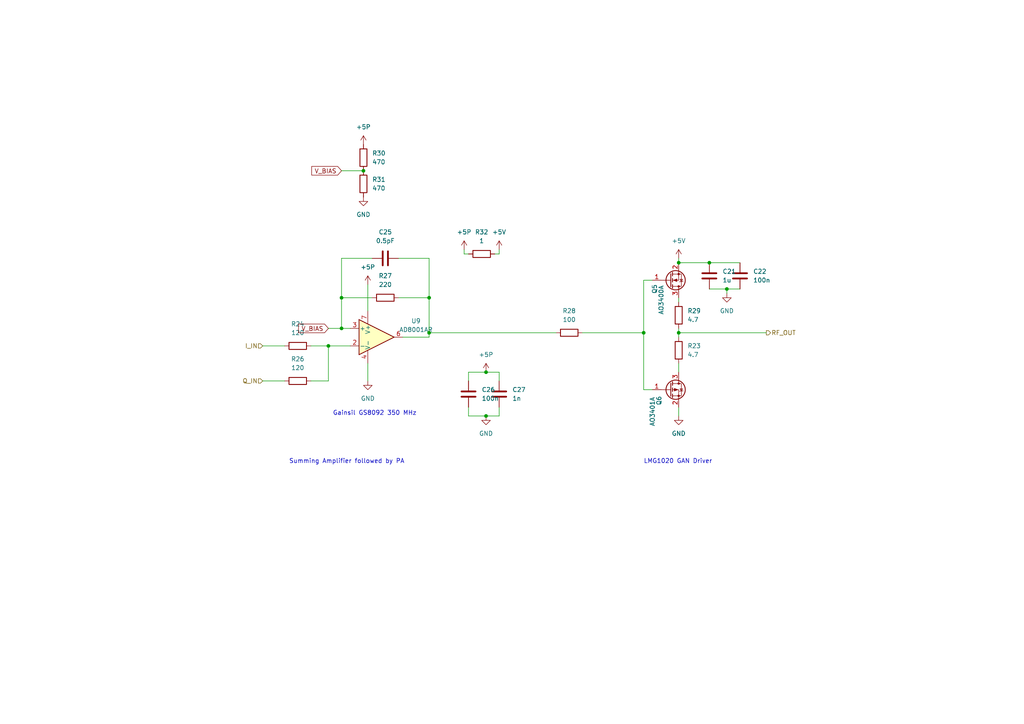
<source format=kicad_sch>
(kicad_sch (version 20230121) (generator eeschema)
  (paper "A4")
  (lib_symbols
    (symbol "Amplifier_Operational:AD8001AR" (pin_names (offset 0.127))
      (property "Reference" "U" (at 0 6.35 0))
      (property "Value" "AD8001AR" (at 0 3.81 0))
      (symbol "AD8001AR_0_1"
        (polyline (pts (xy -5.08 5.08) (xy 5.08 0) (xy -5.08 -5.08) (xy -5.08 5.08)) (stroke (width 0.254)) (fill (type background)))
      )
      (symbol "AD8001AR_1_1"
        (pin no_connect line (at -2.54 2.54 270) (length 2.54) hide (name "NC") (number "1"))
        (pin input line (at -7.62 -2.54 0) (length 2.54) (name "-") (number "2"))
        (pin input line (at -7.62 2.54 0) (length 2.54) (name "+") (number "3"))
        (pin power_in line (at -2.54 -7.62 90) (length 3.81) (name "V-") (number "4"))
        (pin no_connect line (at 0 2.54 270) (length 2.54) hide (name "NC") (number "5"))
        (pin output line (at 7.62 0 180) (length 2.54) (name "~") (number "6"))
        (pin power_in line (at -2.54 7.62 270) (length 3.81) (name "V+") (number "7"))
        (pin no_connect line (at 0 -2.54 90) (length 2.54) hide (name "NC") (number "8"))
      )
    )
    (symbol "Device:C" (pin_numbers hide) (pin_names (offset 0.254))
      (property "Reference" "C" (at 0.635 2.54 0))
      (property "Value" "C" (at 0.635 -2.54 0))
      (symbol "C_0_1"
        (polyline (pts (xy -2.032 -0.762) (xy 2.032 -0.762)) (stroke (width 0.508)))
        (polyline (pts (xy -2.032 0.762) (xy 2.032 0.762)) (stroke (width 0.508)))
      )
      (symbol "C_1_1"
        (pin passive line (at 0 3.81 270) (length 2.794) (name "~") (number "1"))
        (pin passive line (at 0 -3.81 90) (length 2.794) (name "~") (number "2"))
      )
    )
    (symbol "Device:R" (pin_numbers hide) (pin_names (offset 0))
      (property "Reference" "R" (at 2.032 0 90))
      (property "Value" "R" (at 0 0 90))
      (symbol "R_0_1"
        (rectangle (start -1.016 -2.54) (end 1.016 2.54) (stroke (width 0.254)))
      )
      (symbol "R_1_1"
        (pin passive line (at 0 3.81 270) (length 1.27) (name "~") (number "1"))
        (pin passive line (at 0 -3.81 90) (length 1.27) (name "~") (number "2"))
      )
    )
    (symbol "Transistor_FET:AO3400A" (pin_names hide)
      (property "Reference" "Q" (at 5.08 1.905 0))
      (property "Value" "AO3400A" (at 5.08 0 0))
      (symbol "AO3400A_0_1"
        (polyline (pts (xy 0.254 0) (xy -2.54 0)))
        (polyline (pts (xy 0.254 1.905) (xy 0.254 -1.905)) (stroke (width 0.254)))
        (polyline (pts (xy 0.762 -1.27) (xy 0.762 -2.286)) (stroke (width 0.254)))
        (polyline (pts (xy 0.762 0.508) (xy 0.762 -0.508)) (stroke (width 0.254)))
        (polyline (pts (xy 0.762 2.286) (xy 0.762 1.27)) (stroke (width 0.254)))
        (polyline (pts (xy 2.54 2.54) (xy 2.54 1.778)))
        (polyline (pts (xy 2.54 -2.54) (xy 2.54 0) (xy 0.762 0)))
        (polyline (pts (xy 0.762 -1.778) (xy 3.302 -1.778) (xy 3.302 1.778) (xy 0.762 1.778)))
        (polyline (pts (xy 1.016 0) (xy 2.032 0.381) (xy 2.032 -0.381) (xy 1.016 0)) (fill (type outline)))
        (polyline (pts (xy 2.794 0.508) (xy 2.921 0.381) (xy 3.683 0.381) (xy 3.81 0.254)))
        (polyline (pts (xy 3.302 0.381) (xy 2.921 -0.254) (xy 3.683 -0.254) (xy 3.302 0.381)))
        (circle (center 1.651 0) (radius 2.794) (stroke (width 0.254)))
        (circle (center 2.54 -1.778) (radius 0.254) (fill (type outline)))
        (circle (center 2.54 1.778) (radius 0.254) (fill (type outline)))
      )
      (symbol "AO3400A_1_1"
        (pin input line (at -5.08 0 0) (length 2.54) (name "G") (number "1"))
        (pin passive line (at 2.54 -5.08 90) (length 2.54) (name "S") (number "2"))
        (pin passive line (at 2.54 5.08 270) (length 2.54) (name "D") (number "3"))
      )
    )
    (symbol "Transistor_FET:AO3401A" (pin_names hide)
      (property "Reference" "Q" (at 5.08 1.905 0))
      (property "Value" "AO3401A" (at 5.08 0 0))
      (symbol "AO3401A_0_1"
        (polyline (pts (xy 0.254 0) (xy -2.54 0)))
        (polyline (pts (xy 0.254 1.905) (xy 0.254 -1.905)) (stroke (width 0.254)))
        (polyline (pts (xy 0.762 -1.27) (xy 0.762 -2.286)) (stroke (width 0.254)))
        (polyline (pts (xy 0.762 0.508) (xy 0.762 -0.508)) (stroke (width 0.254)))
        (polyline (pts (xy 0.762 2.286) (xy 0.762 1.27)) (stroke (width 0.254)))
        (polyline (pts (xy 2.54 2.54) (xy 2.54 1.778)))
        (polyline (pts (xy 2.54 -2.54) (xy 2.54 0) (xy 0.762 0)))
        (polyline (pts (xy 0.762 1.778) (xy 3.302 1.778) (xy 3.302 -1.778) (xy 0.762 -1.778)))
        (polyline (pts (xy 2.286 0) (xy 1.27 0.381) (xy 1.27 -0.381) (xy 2.286 0)) (fill (type outline)))
        (polyline (pts (xy 2.794 -0.508) (xy 2.921 -0.381) (xy 3.683 -0.381) (xy 3.81 -0.254)))
        (polyline (pts (xy 3.302 -0.381) (xy 2.921 0.254) (xy 3.683 0.254) (xy 3.302 -0.381)))
        (circle (center 1.651 0) (radius 2.794) (stroke (width 0.254)))
        (circle (center 2.54 -1.778) (radius 0.254) (fill (type outline)))
        (circle (center 2.54 1.778) (radius 0.254) (fill (type outline)))
      )
      (symbol "AO3401A_1_1"
        (pin input line (at -5.08 0 0) (length 2.54) (name "G") (number "1"))
        (pin passive line (at 2.54 -5.08 90) (length 2.54) (name "S") (number "2"))
        (pin passive line (at 2.54 5.08 270) (length 2.54) (name "D") (number "3"))
      )
    )
    (symbol "power:+5P" (power) (pin_names (offset 0))
      (property "Value" "+5P" (at 0 3.556 0))
      (symbol "+5P_0_1"
        (polyline (pts (xy -0.762 1.27) (xy 0 2.54)))
        (polyline (pts (xy 0 0) (xy 0 2.54)))
        (polyline (pts (xy 0 2.54) (xy 0.762 1.27)))
      )
      (symbol "+5P_1_1"
        (pin power_in line (at 0 0 90) (length 0) hide (name "+5P") (number "1"))
      )
    )
    (symbol "power:+5V" (power) (pin_names (offset 0))
      (property "Value" "+5V" (at 0 3.556 0))
      (symbol "+5V_0_1"
        (polyline (pts (xy -0.762 1.27) (xy 0 2.54)))
        (polyline (pts (xy 0 0) (xy 0 2.54)))
        (polyline (pts (xy 0 2.54) (xy 0.762 1.27)))
      )
      (symbol "+5V_1_1"
        (pin power_in line (at 0 0 90) (length 0) hide (name "+5V") (number "1"))
      )
    )
    (symbol "power:GND" (power) (pin_names (offset 0))
      (property "Value" "GND" (at 0 -3.81 0))
      (symbol "GND_0_1"
        (polyline (pts (xy 0 0) (xy 0 -1.27) (xy 1.27 -1.27) (xy 0 -2.54) (xy -1.27 -1.27) (xy 0 -1.27)))
      )
      (symbol "GND_1_1"
        (pin power_in line (at 0 0 270) (length 0) hide (name "GND") (number "1"))
      )
    )
  )
  (junction (at 99.06 95.25))
  (junction (at 99.06 86.36))
  (junction (at 95.25 100.33))
  (junction (at 186.69 96.52))
  (junction (at 196.85 76.2))
  (junction (at 205.74 76.2))
  (junction (at 105.41 49.53))
  (junction (at 124.46 96.52))
  (junction (at 140.97 120.65))
  (junction (at 124.46 86.36))
  (junction (at 210.82 83.82))
  (junction (at 140.97 107.95))
  (junction (at 196.85 96.52))
  (wire (pts (xy 210.82 83.82) (xy 214.63 83.82)))
  (wire (pts (xy 116.84 97.79) (xy 124.46 97.79)))
  (wire (pts (xy 205.74 83.82) (xy 210.82 83.82)))
  (wire (pts (xy 135.89 120.65) (xy 140.97 120.65)))
  (wire (pts (xy 107.95 74.93) (xy 99.06 74.93)))
  (wire (pts (xy 124.46 97.79) (xy 124.46 96.52)))
  (wire (pts (xy 210.82 83.82) (xy 210.82 85.09)))
  (wire (pts (xy 99.06 74.93) (xy 99.06 86.36)))
  (wire (pts (xy 140.97 107.95) (xy 144.78 107.95)))
  (wire (pts (xy 134.62 73.66) (xy 134.62 72.39)))
  (wire (pts (xy 115.57 86.36) (xy 124.46 86.36)))
  (wire (pts (xy 90.17 100.33) (xy 95.25 100.33)))
  (wire (pts (xy 95.25 95.25) (xy 99.06 95.25)))
  (wire (pts (xy 196.85 86.36) (xy 196.85 87.63)))
  (wire (pts (xy 124.46 74.93) (xy 124.46 86.36)))
  (wire (pts (xy 205.74 76.2) (xy 214.63 76.2)))
  (wire (pts (xy 135.89 118.11) (xy 135.89 120.65)))
  (wire (pts (xy 107.95 86.36) (xy 99.06 86.36)))
  (wire (pts (xy 124.46 96.52) (xy 161.29 96.52)))
  (wire (pts (xy 115.57 74.93) (xy 124.46 74.93)))
  (wire (pts (xy 144.78 120.65) (xy 140.97 120.65)))
  (wire (pts (xy 106.68 105.41) (xy 106.68 110.49)))
  (wire (pts (xy 186.69 81.28) (xy 186.69 96.52)))
  (wire (pts (xy 95.25 100.33) (xy 95.25 110.49)))
  (wire (pts (xy 186.69 96.52) (xy 186.69 113.03)))
  (wire (pts (xy 76.2 110.49) (xy 82.55 110.49)))
  (wire (pts (xy 186.69 113.03) (xy 189.23 113.03)))
  (wire (pts (xy 186.69 81.28) (xy 189.23 81.28)))
  (wire (pts (xy 144.78 110.49) (xy 144.78 107.95)))
  (wire (pts (xy 144.78 73.66) (xy 143.51 73.66)))
  (wire (pts (xy 95.25 100.33) (xy 101.6 100.33)))
  (wire (pts (xy 196.85 96.52) (xy 222.25 96.52)))
  (wire (pts (xy 135.89 73.66) (xy 134.62 73.66)))
  (wire (pts (xy 144.78 118.11) (xy 144.78 120.65)))
  (wire (pts (xy 99.06 49.53) (xy 105.41 49.53)))
  (wire (pts (xy 144.78 72.39) (xy 144.78 73.66)))
  (wire (pts (xy 106.68 82.55) (xy 106.68 90.17)))
  (wire (pts (xy 168.91 96.52) (xy 186.69 96.52)))
  (wire (pts (xy 76.2 100.33) (xy 82.55 100.33)))
  (wire (pts (xy 124.46 96.52) (xy 124.46 86.36)))
  (wire (pts (xy 196.85 118.11) (xy 196.85 120.65)))
  (wire (pts (xy 196.85 105.41) (xy 196.85 107.95)))
  (wire (pts (xy 135.89 110.49) (xy 135.89 107.95)))
  (wire (pts (xy 196.85 74.93) (xy 196.85 76.2)))
  (wire (pts (xy 196.85 96.52) (xy 196.85 97.79)))
  (wire (pts (xy 99.06 95.25) (xy 101.6 95.25)))
  (wire (pts (xy 135.89 107.95) (xy 140.97 107.95)))
  (wire (pts (xy 99.06 86.36) (xy 99.06 95.25)))
  (wire (pts (xy 196.85 76.2) (xy 205.74 76.2)))
  (wire (pts (xy 196.85 95.25) (xy 196.85 96.52)))
  (wire (pts (xy 95.25 110.49) (xy 90.17 110.49)))
  (text "LMG1020 GAN Driver" (at 186.69 134.62 0) (effects (font (size 1.27 1.27)) (justify left bottom)))
  (text "Gainsil GS8092 350 MHz" (at 96.52 120.65 0) (effects (font (size 1.27 1.27)) (justify left bottom)))
  (text "Summing Amplifier followed by PA" (at 83.82 134.62 0) (effects (font (size 1.27 1.27)) (justify left bottom)))
  (global_label "V_BIAS" (shape input) (at 99.06 49.53 180) (property "Intersheetrefs" "${INTERSHEET_REFS}" (effects hide)))
  (global_label "V_BIAS" (shape input) (at 95.25 95.25 180) (property "Intersheetrefs" "${INTERSHEET_REFS}" (effects hide)))
  (hierarchical_label "RF_OUT" (shape output) (at 222.25 96.52 0))
  (hierarchical_label "Q_IN" (shape input) (at 76.2 110.49 180))
  (hierarchical_label "I_IN" (shape input) (at 76.2 100.33 180))
  (symbol (lib_id "power:+5V") (at 196.85 74.93 0) (unit 1)
    (property "Reference" "#PWR048" (effects hide))
    (property "Value" "+5V" (at 196.85 69.85 0))
  )
  (symbol (lib_id "Device:R") (at 165.1 96.52 90) (unit 1)
    (property "Reference" "R28" (at 165.1 90.17 90))
    (property "Value" "100" (at 165.1 92.71 90))
    (property "Footprint" "Resistor_SMD:R_0402_1005Metric" (effects hide))
  )
  (symbol (lib_id "power:+5P") (at 106.68 82.55 0) (unit 1)
    (property "Reference" "#PWR0114" (effects hide))
    (property "Value" "+5P" (at 106.68 77.47 0))
  )
  (symbol (lib_id "power:GND") (at 106.68 110.49 0) (unit 1)
    (property "Reference" "#PWR051" (effects hide))
    (property "Value" "GND" (at 106.68 115.57 0))
  )
  (symbol (lib_id "Device:R") (at 139.7 73.66 90) (unit 1)
    (property "Reference" "R32" (at 139.7 67.31 90))
    (property "Value" "1" (at 139.7 69.85 90))
    (property "Footprint" "Resistor_SMD:R_0402_1005Metric" (effects hide))
  )
  (symbol (lib_id "Device:R") (at 111.76 86.36 270) (unit 1)
    (property "Reference" "R27" (at 111.76 80.01 90))
    (property "Value" "220" (at 111.76 82.55 90))
    (property "Footprint" "Resistor_SMD:R_0402_1005Metric" (effects hide))
  )
  (symbol (lib_id "Device:C") (at 144.78 114.3 0) (unit 1)
    (property "Reference" "C27" (at 148.59 113.0299 0) (effects (justify left)))
    (property "Value" "1n" (at 148.59 115.5699 0) (effects (justify left)))
  )
  (symbol (lib_id "Transistor_FET:AO3401A") (at 194.31 113.03 0) (unit 1)
    (property "Reference" "Q6" (at 191.135 116.205 90))
    (property "Value" "AO3401A" (at 189.23 119.38 90))
    (property "Footprint" "Package_TO_SOT_SMD:SOT-23" (effects hide))
    (property "Datasheet" "http://www.aosmd.com/pdfs/datasheet/AO3401A.pdf" (effects hide))
    (property "LCSC" "C15127" (effects hide))
  )
  (symbol (lib_id "Device:R") (at 105.41 45.72 0) (unit 1)
    (property "Reference" "R30" (at 107.95 44.4499 0) (effects (justify left)))
    (property "Value" "470" (at 107.95 46.9899 0) (effects (justify left)))
  )
  (symbol (lib_id "Device:R") (at 105.41 53.34 0) (unit 1)
    (property "Reference" "R31" (at 107.95 52.0699 0) (effects (justify left)))
    (property "Value" "470" (at 107.95 54.6099 0) (effects (justify left)))
  )
  (symbol (lib_id "power:+5P") (at 105.41 41.91 0) (unit 1)
    (property "Reference" "#PWR0115" (effects hide))
    (property "Value" "+5P" (at 105.41 36.83 0))
  )
  (symbol (lib_id "power:GND") (at 140.97 120.65 0) (unit 1)
    (property "Reference" "#PWR0110" (effects hide))
    (property "Value" "GND" (at 140.97 125.73 0))
  )
  (symbol (lib_id "power:GND") (at 105.41 57.15 0) (unit 1)
    (property "Reference" "#PWR060" (effects hide))
    (property "Value" "GND" (at 105.41 62.23 0))
  )
  (symbol (lib_id "Device:R") (at 86.36 110.49 270) (unit 1)
    (property "Reference" "R26" (at 86.36 104.14 90))
    (property "Value" "120" (at 86.36 106.68 90))
    (property "Footprint" "Resistor_SMD:R_0402_1005Metric" (effects hide))
  )
  (symbol (lib_id "power:+5P") (at 140.97 107.95 0) (unit 1)
    (property "Reference" "#PWR0113" (effects hide))
    (property "Value" "+5P" (at 140.97 102.87 0))
  )
  (symbol (lib_id "power:GND") (at 196.85 120.65 0) (unit 1)
    (property "Reference" "#PWR049" (effects hide))
    (property "Value" "GND" (at 196.85 125.73 0))
  )
  (symbol (lib_id "Device:R") (at 196.85 91.44 0) (unit 1)
    (property "Reference" "R29" (at 199.39 90.1699 0) (effects (justify left)))
    (property "Value" "4.7" (at 199.39 92.7099 0) (effects (justify left)))
    (property "Footprint" "Resistor_SMD:R_0402_1005Metric" (effects hide))
  )
  (symbol (lib_id "Transistor_FET:AO3400A") (at 194.31 81.28 0) (mirror x) (unit 1)
    (property "Reference" "Q5" (at 189.865 83.82 90))
    (property "Value" "AO3400A" (at 191.77 86.995 90))
    (property "Footprint" "Package_TO_SOT_SMD:SOT-23" (effects hide))
    (property "Datasheet" "http://www.aosmd.com/pdfs/datasheet/AO3400A.pdf" (effects hide))
    (property "LCSC" "C20917" (effects hide))
  )
  (symbol (lib_id "power:+5V") (at 144.78 72.39 0) (unit 1)
    (property "Reference" "#PWR0112" (effects hide))
    (property "Value" "+5V" (at 144.78 67.31 0))
  )
  (symbol (lib_id "Device:R") (at 196.85 101.6 0) (unit 1)
    (property "Reference" "R23" (at 199.39 100.3299 0) (effects (justify left)))
    (property "Value" "4.7" (at 199.39 102.8699 0) (effects (justify left)))
    (property "Footprint" "Resistor_SMD:R_0402_1005Metric" (effects hide))
  )
  (symbol (lib_id "Device:C") (at 214.63 80.01 0) (unit 1)
    (property "Reference" "C22" (at 218.44 78.7399 0) (effects (justify left)))
    (property "Value" "100n" (at 218.44 81.2799 0) (effects (justify left)))
    (property "Footprint" "Capacitor_SMD:C_0402_1005Metric" (effects hide))
  )
  (symbol (lib_id "Device:R") (at 86.36 100.33 270) (unit 1)
    (property "Reference" "R24" (at 86.36 93.98 90))
    (property "Value" "120" (at 86.36 96.52 90))
    (property "Footprint" "Resistor_SMD:R_0402_1005Metric" (effects hide))
  )
  (symbol (lib_id "Device:C") (at 111.76 74.93 270) (unit 1)
    (property "Reference" "C25" (at 111.76 67.31 90))
    (property "Value" "0.5pF" (at 111.76 69.85 90))
  )
  (symbol (lib_id "Device:C") (at 205.74 80.01 0) (unit 1)
    (property "Reference" "C21" (at 209.55 78.7399 0) (effects (justify left)))
    (property "Value" "1u" (at 209.55 81.2799 0) (effects (justify left)))
    (property "Footprint" "Capacitor_SMD:C_0603_1608Metric" (effects hide))
  )
  (symbol (lib_id "Amplifier_Operational:AD8001AR") (at 109.22 97.79 0) (unit 1)
    (property "Reference" "U9" (at 120.65 93.091 0))
    (property "Value" "AD8001AR" (at 120.65 95.631 0))
    (property "Footprint" "Package_SO:SOIC-8_3.9x4.9mm_P1.27mm" (effects hide))
    (property "Datasheet" "https://www.analog.com/media/en/technical-documentation/data-sheets/ad8001.pdf" (effects hide))
  )
  (symbol (lib_id "power:GND") (at 210.82 85.09 0) (unit 1)
    (property "Reference" "#PWR052" (effects hide))
    (property "Value" "GND" (at 210.82 90.17 0))
  )
  (symbol (lib_id "Device:C") (at 135.89 114.3 0) (unit 1)
    (property "Reference" "C26" (at 139.7 113.0299 0) (effects (justify left)))
    (property "Value" "100n" (at 139.7 115.5699 0) (effects (justify left)))
  )
  (symbol (lib_id "power:+5P") (at 134.62 72.39 0) (unit 1)
    (property "Reference" "#PWR0111" (effects hide))
    (property "Value" "+5P" (at 134.62 67.31 0))
  )
)
</source>
